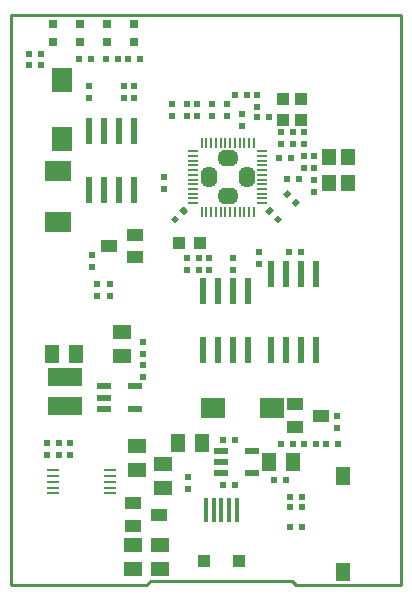
<source format=gbr>
G04 #@! TF.GenerationSoftware,KiCad,Pcbnew,no-vcs-found-bf44d39~61~ubuntu16.04.1*
G04 #@! TF.CreationDate,2018-01-10T12:05:20+02:00*
G04 #@! TF.ProjectId,ESP32-PRO_Rev_B,45535033322D50524F5F5265765F422E,C*
G04 #@! TF.SameCoordinates,Original*
G04 #@! TF.FileFunction,Paste,Top*
G04 #@! TF.FilePolarity,Positive*
%FSLAX46Y46*%
G04 Gerber Fmt 4.6, Leading zero omitted, Abs format (unit mm)*
G04 Created by KiCad (PCBNEW no-vcs-found-bf44d39~61~ubuntu16.04.1) date Wed Jan 10 12:05:20 2018*
%MOMM*%
%LPD*%
G01*
G04 APERTURE LIST*
%ADD10C,0.254000*%
%ADD11R,1.400000X1.000000*%
%ADD12R,1.270000X1.524000*%
%ADD13R,0.600000X2.200000*%
%ADD14R,1.200000X0.550000*%
%ADD15R,0.980000X0.230000*%
%ADD16R,3.000000X1.600000*%
%ADD17O,1.400000X1.800000*%
%ADD18O,1.800000X1.400000*%
%ADD19R,0.811000X0.211000*%
%ADD20R,0.211000X0.811000*%
%ADD21R,1.100000X1.000000*%
%ADD22R,0.325000X2.150000*%
%ADD23R,1.524000X1.270000*%
%ADD24R,0.500000X0.550000*%
%ADD25R,1.200000X1.400000*%
%ADD26R,1.016000X1.016000*%
%ADD27R,0.800000X0.800000*%
%ADD28R,1.700000X2.000000*%
%ADD29R,2.000000X1.700000*%
%ADD30R,2.286000X1.778000*%
%ADD31R,0.550000X0.500000*%
%ADD32C,0.500000*%
%ADD33C,0.100000*%
G04 APERTURE END LIST*
D10*
X151130000Y-109220000D02*
X160020000Y-109220000D01*
X150749000Y-108839000D02*
X151130000Y-109220000D01*
X138811000Y-108839000D02*
X150749000Y-108839000D01*
X138430000Y-109220000D02*
X138811000Y-108839000D01*
X127000000Y-109220000D02*
X138430000Y-109220000D01*
X127000000Y-60960000D02*
X160020000Y-60960000D01*
X127000000Y-109220000D02*
X127000000Y-60960000D01*
X160020000Y-109220000D02*
X160020000Y-60960000D01*
D11*
X151038560Y-93919040D03*
X151038560Y-95821500D03*
X153248360Y-94866460D03*
D12*
X155067000Y-99949000D03*
X155067000Y-108077000D03*
D13*
X143256000Y-84298680D03*
X144526000Y-84298680D03*
X145796000Y-84298680D03*
X147066000Y-84298680D03*
X147066000Y-89298680D03*
X145796000Y-89298680D03*
X144526000Y-89298680D03*
X143256000Y-89298680D03*
X148971000Y-82871000D03*
X150241000Y-82871000D03*
X151511000Y-82871000D03*
X152781000Y-82871000D03*
X152781000Y-89341000D03*
X151511000Y-89341000D03*
X150241000Y-89341000D03*
X148971000Y-89341000D03*
D14*
X144750000Y-97856000D03*
X144750000Y-98806000D03*
X144750000Y-99756000D03*
X147350000Y-97856000D03*
X147350000Y-99756000D03*
D11*
X137322560Y-102301040D03*
X137322560Y-104203500D03*
X139532360Y-103248460D03*
D15*
X130569000Y-101457000D03*
X130569000Y-100957000D03*
X130569000Y-100457000D03*
X130569000Y-99957000D03*
X130569000Y-99457000D03*
X135369000Y-99457000D03*
X135369000Y-99957000D03*
X135369000Y-100457000D03*
X135369000Y-100957000D03*
X135369000Y-101457000D03*
D16*
X131572000Y-91637000D03*
X131572000Y-94037000D03*
D14*
X134844000Y-92395000D03*
X134844000Y-93345000D03*
X134844000Y-94295000D03*
X137444000Y-92395000D03*
X137444000Y-94295000D03*
D17*
X143723000Y-74677000D03*
X146923000Y-74677000D03*
D18*
X145323000Y-76277000D03*
X145323000Y-73077000D03*
D19*
X148243000Y-72477000D03*
X148243000Y-72877000D03*
X148243000Y-73277000D03*
X148243000Y-73677000D03*
X148243000Y-74077000D03*
X148243000Y-74477000D03*
X148243000Y-74877000D03*
X148243000Y-75277000D03*
X148243000Y-75677000D03*
X148243000Y-76077000D03*
X148243000Y-76477000D03*
X148243000Y-76877000D03*
D20*
X147523000Y-77597000D03*
X147123000Y-77597000D03*
X146723000Y-77597000D03*
X146323000Y-77597000D03*
X145923000Y-77597000D03*
X145523000Y-77597000D03*
X145123000Y-77597000D03*
X144723000Y-77597000D03*
X144323000Y-77597000D03*
X143923000Y-77597000D03*
X143523000Y-77597000D03*
X143123000Y-77597000D03*
D19*
X142403000Y-76877000D03*
X142403000Y-76477000D03*
X142403000Y-76077000D03*
X142403000Y-75677000D03*
X142403000Y-75277000D03*
X142403000Y-74877000D03*
X142403000Y-74477000D03*
X142403000Y-74077000D03*
X142403000Y-73677000D03*
X142403000Y-73277000D03*
X142403000Y-72877000D03*
X142403000Y-72477000D03*
D20*
X143123000Y-71757000D03*
X143523000Y-71757000D03*
X143923000Y-71757000D03*
X144323000Y-71757000D03*
X144723000Y-71757000D03*
X145123000Y-71757000D03*
X145523000Y-71757000D03*
X145923000Y-71757000D03*
X146323000Y-71757000D03*
X146723000Y-71757000D03*
X147123000Y-71757000D03*
X147523000Y-71757000D03*
D21*
X146280000Y-107191000D03*
X143280000Y-107191000D03*
D22*
X146080000Y-102891000D03*
X145430000Y-102891000D03*
X144780000Y-102891000D03*
X144130000Y-102891000D03*
X143480000Y-102891000D03*
D23*
X139573000Y-107823000D03*
X139573000Y-105791000D03*
X139827000Y-100965000D03*
X139827000Y-98933000D03*
D24*
X149669500Y-73025000D03*
X150685500Y-73025000D03*
D25*
X155486000Y-72941000D03*
X153886000Y-75141000D03*
X155486000Y-75141000D03*
X153886000Y-72941000D03*
D26*
X149987000Y-68072000D03*
X149987000Y-69850000D03*
D13*
X133604000Y-70779000D03*
X134874000Y-70779000D03*
X136144000Y-70779000D03*
X137414000Y-70779000D03*
X137414000Y-75779000D03*
X136144000Y-75779000D03*
X134874000Y-75779000D03*
X133604000Y-75779000D03*
D23*
X136398000Y-87757000D03*
X136398000Y-89789000D03*
D27*
X137414000Y-63246000D03*
X137414000Y-61722000D03*
X132842000Y-61722000D03*
X132842000Y-63246000D03*
X135128000Y-61722000D03*
X135128000Y-63246000D03*
D26*
X151511000Y-69850000D03*
X151511000Y-68072000D03*
D27*
X130556000Y-61722000D03*
X130556000Y-63246000D03*
D23*
X137287000Y-105791000D03*
X137287000Y-107823000D03*
D12*
X143129000Y-97155000D03*
X141097000Y-97155000D03*
D23*
X137642600Y-99441000D03*
X137642600Y-97409000D03*
D12*
X148844000Y-98806000D03*
X150876000Y-98806000D03*
D26*
X141224000Y-80264000D03*
X143002000Y-80264000D03*
D28*
X131318000Y-66461000D03*
X131318000Y-71461000D03*
D29*
X144058000Y-94234000D03*
X149058000Y-94234000D03*
D11*
X135298000Y-80518000D03*
X137498000Y-79568000D03*
X137498000Y-81468000D03*
D30*
X130937000Y-78504000D03*
X130937000Y-74150000D03*
D24*
X145923000Y-67691000D03*
X146939000Y-67691000D03*
D31*
X147828000Y-67691000D03*
X147828000Y-68707000D03*
D24*
X147828000Y-69596000D03*
X148844000Y-69596000D03*
D31*
X151765000Y-70866000D03*
X151765000Y-71882000D03*
X152654000Y-72898000D03*
X152654000Y-73914000D03*
X152654000Y-74930000D03*
X152654000Y-75946000D03*
X149873937Y-70866000D03*
X149873937Y-71882000D03*
X145288000Y-68453000D03*
X145288000Y-69469000D03*
X144018000Y-69469000D03*
X144018000Y-68453000D03*
D24*
X151384000Y-74803000D03*
X150368000Y-74803000D03*
D31*
X142748000Y-68453000D03*
X142748000Y-69469000D03*
X146558000Y-70358000D03*
X146558000Y-69342000D03*
X139954000Y-75692000D03*
X139954000Y-74676000D03*
D32*
X149584210Y-78210210D03*
D33*
G36*
X149212979Y-78227888D02*
X149601888Y-77838979D01*
X149955441Y-78192532D01*
X149566532Y-78581441D01*
X149212979Y-78227888D01*
X149212979Y-78227888D01*
G37*
D32*
X148865790Y-77491790D03*
D33*
G36*
X149237021Y-77474112D02*
X148848112Y-77863021D01*
X148494559Y-77509468D01*
X148883468Y-77120559D01*
X149237021Y-77474112D01*
X149237021Y-77474112D01*
G37*
D31*
X150876000Y-71882000D03*
X150876000Y-70866000D03*
X151765000Y-72898000D03*
X151765000Y-73914000D03*
X141859000Y-69469000D03*
X141859000Y-68453000D03*
D32*
X141583210Y-77491790D03*
D33*
G36*
X141600888Y-77863021D02*
X141211979Y-77474112D01*
X141565532Y-77120559D01*
X141954441Y-77509468D01*
X141600888Y-77863021D01*
X141600888Y-77863021D01*
G37*
D32*
X140864790Y-78210210D03*
D33*
G36*
X140847112Y-77838979D02*
X141236021Y-78227888D01*
X140882468Y-78581441D01*
X140493559Y-78192532D01*
X140847112Y-77838979D01*
X140847112Y-77838979D01*
G37*
D31*
X147955000Y-81026000D03*
X147955000Y-82042000D03*
D24*
X141859000Y-82550000D03*
X142875000Y-82550000D03*
D32*
X151108210Y-76813210D03*
D33*
G36*
X150736979Y-76830888D02*
X151125888Y-76441979D01*
X151479441Y-76795532D01*
X151090532Y-77184441D01*
X150736979Y-76830888D01*
X150736979Y-76830888D01*
G37*
D32*
X150389790Y-76094790D03*
D33*
G36*
X150761021Y-76077112D02*
X150372112Y-76466021D01*
X150018559Y-76112468D01*
X150407468Y-75723559D01*
X150761021Y-76077112D01*
X150761021Y-76077112D01*
G37*
D24*
X151511000Y-81026000D03*
X150495000Y-81026000D03*
D31*
X145796000Y-81534000D03*
X145796000Y-82550000D03*
X143764000Y-82550000D03*
X143764000Y-81534000D03*
D24*
X142875000Y-81534000D03*
X141859000Y-81534000D03*
D31*
X141986000Y-101092000D03*
X141986000Y-100076000D03*
D24*
X128524000Y-65151000D03*
X129540000Y-65151000D03*
X150876000Y-97282000D03*
X149860000Y-97282000D03*
X150241000Y-100330000D03*
X149225000Y-100330000D03*
X150622000Y-102616000D03*
X151638000Y-102616000D03*
D31*
X133604000Y-67945000D03*
X133604000Y-66929000D03*
X131064000Y-98171000D03*
X131064000Y-97155000D03*
X154559000Y-95885000D03*
X154559000Y-94869000D03*
D24*
X151638000Y-101727000D03*
X150622000Y-101727000D03*
X137922000Y-64643000D03*
X136906000Y-64643000D03*
X135001000Y-64643000D03*
X136017000Y-64643000D03*
D31*
X130048000Y-97155000D03*
X130048000Y-98171000D03*
D24*
X132715000Y-64643000D03*
X133731000Y-64643000D03*
X128524000Y-64262000D03*
X129540000Y-64262000D03*
D31*
X136525000Y-66929000D03*
X136525000Y-67945000D03*
X137414000Y-67945000D03*
X137414000Y-66929000D03*
D24*
X151765000Y-97282000D03*
X152781000Y-97282000D03*
D31*
X131953000Y-97155000D03*
X131953000Y-98171000D03*
X138176000Y-88646000D03*
X138176000Y-89662000D03*
X138176000Y-90551000D03*
X138176000Y-91567000D03*
X140589000Y-68453000D03*
X140589000Y-69469000D03*
D24*
X144907000Y-96901000D03*
X145923000Y-96901000D03*
X145923000Y-100711000D03*
X144907000Y-100711000D03*
X150622000Y-104267000D03*
X151638000Y-104267000D03*
D31*
X133858000Y-82296000D03*
X133858000Y-81280000D03*
D12*
X132461000Y-89662000D03*
X130429000Y-89662000D03*
D31*
X134239000Y-84709000D03*
X134239000Y-83693000D03*
D24*
X154686000Y-97282000D03*
X153670000Y-97282000D03*
D31*
X135382000Y-83693000D03*
X135382000Y-84709000D03*
M02*

</source>
